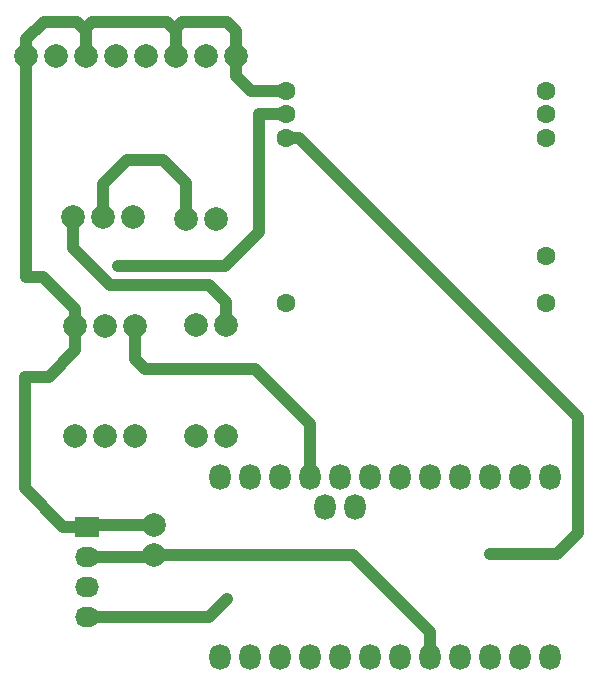
<source format=gbr>
G04 #@! TF.GenerationSoftware,KiCad,Pcbnew,(5.0.2)-1*
G04 #@! TF.CreationDate,2019-04-16T09:03:41+02:00*
G04 #@! TF.ProjectId,V2,56322e6b-6963-4616-945f-706362585858,rev?*
G04 #@! TF.SameCoordinates,Original*
G04 #@! TF.FileFunction,Copper,L1,Top*
G04 #@! TF.FilePolarity,Positive*
%FSLAX46Y46*%
G04 Gerber Fmt 4.6, Leading zero omitted, Abs format (unit mm)*
G04 Created by KiCad (PCBNEW (5.0.2)-1) date 16/04/2019 9:03:41*
%MOMM*%
%LPD*%
G01*
G04 APERTURE LIST*
G04 #@! TA.AperFunction,ComponentPad*
%ADD10O,1.800000X2.199640*%
G04 #@! TD*
G04 #@! TA.AperFunction,ComponentPad*
%ADD11C,1.600000*%
G04 #@! TD*
G04 #@! TA.AperFunction,ComponentPad*
%ADD12C,2.000000*%
G04 #@! TD*
G04 #@! TA.AperFunction,ComponentPad*
%ADD13R,2.032000X1.727200*%
G04 #@! TD*
G04 #@! TA.AperFunction,ComponentPad*
%ADD14O,2.032000X1.727200*%
G04 #@! TD*
G04 #@! TA.AperFunction,ViaPad*
%ADD15C,1.000000*%
G04 #@! TD*
G04 #@! TA.AperFunction,Conductor*
%ADD16C,0.250000*%
G04 #@! TD*
G04 #@! TA.AperFunction,Conductor*
%ADD17C,1.000000*%
G04 #@! TD*
G04 APERTURE END LIST*
D10*
G04 #@! TO.P,ARDUINO,12*
G04 #@! TO.N,RX_XBEE*
X130302000Y-94132400D03*
G04 #@! TO.P,ARDUINO,11*
G04 #@! TO.N,RX_ARDUINO*
X132842000Y-94132400D03*
G04 #@! TO.P,ARDUINO,10*
G04 #@! TO.N,Net-(U2-Pad10)*
X135382000Y-94132400D03*
G04 #@! TO.P,ARDUINO,9*
G04 #@! TO.N,Net-(U2-Pad9)*
X137922000Y-94132400D03*
G04 #@! TO.P,ARDUINO,8*
G04 #@! TO.N,Net-(U2-Pad8)*
X140462000Y-94132400D03*
G04 #@! TO.P,ARDUINO,7*
G04 #@! TO.N,Net-(U2-Pad7)*
X143002000Y-94132400D03*
G04 #@! TO.P,ARDUINO,6*
G04 #@! TO.N,Net-(U2-Pad6)*
X145542000Y-94132400D03*
G04 #@! TO.P,ARDUINO,5*
G04 #@! TO.N,SENS_DATA*
X148082000Y-94132400D03*
G04 #@! TO.P,ARDUINO,4*
G04 #@! TO.N,Net-(U2-Pad4)*
X150622000Y-94132400D03*
G04 #@! TO.P,ARDUINO,3*
G04 #@! TO.N,Net-(U2-Pad3)*
X153162000Y-94132400D03*
G04 #@! TO.P,ARDUINO,2*
G04 #@! TO.N,Net-(U2-Pad2)*
X155702000Y-94132400D03*
G04 #@! TO.P,ARDUINO,1*
G04 #@! TO.N,Net-(U2-Pad1)*
X158242000Y-94132400D03*
G04 #@! TO.P,ARDUINO,24*
G04 #@! TO.N,Net-(U2-Pad24)*
X158242000Y-78892400D03*
G04 #@! TO.P,ARDUINO,23*
G04 #@! TO.N,Net-(U2-Pad23)*
X155702000Y-78892400D03*
G04 #@! TO.P,ARDUINO,22*
G04 #@! TO.N,Net-(U2-Pad22)*
X153162000Y-78892400D03*
G04 #@! TO.P,ARDUINO,21*
G04 #@! TO.N,Net-(U2-Pad21)*
X150622000Y-78892400D03*
G04 #@! TO.P,ARDUINO,20*
G04 #@! TO.N,Net-(U2-Pad20)*
X148082000Y-78892400D03*
G04 #@! TO.P,ARDUINO,19*
G04 #@! TO.N,Net-(U2-Pad19)*
X145542000Y-78892400D03*
G04 #@! TO.P,ARDUINO,18*
G04 #@! TO.N,Net-(U2-Pad18)*
X143002000Y-78892400D03*
G04 #@! TO.P,ARDUINO,17*
G04 #@! TO.N,Net-(U2-Pad17)*
X140462000Y-78892400D03*
G04 #@! TO.P,ARDUINO,16*
G04 #@! TO.N,3.7V_OUT-T*
X137922000Y-78892400D03*
G04 #@! TO.P,ARDUINO,15*
G04 #@! TO.N,Net-(U2-Pad15)*
X135382000Y-78892400D03*
G04 #@! TO.P,ARDUINO,14*
G04 #@! TO.N,GND*
X132842000Y-78892400D03*
G04 #@! TO.P,ARDUINO,13*
G04 #@! TO.N,Net-(U2-Pad13)*
X130302000Y-78892400D03*
G04 #@! TO.P,ARDUINO,25*
G04 #@! TO.N,Net-(U2-Pad25)*
X141732000Y-81432400D03*
G04 #@! TO.P,ARDUINO,26*
G04 #@! TO.N,Net-(U2-Pad26)*
X139192000Y-81432400D03*
G04 #@! TD*
D11*
G04 #@! TO.P,XBEE,1*
G04 #@! TO.N,3.7V*
X135890000Y-46228000D03*
G04 #@! TO.P,XBEE,2*
G04 #@! TO.N,TX_XBEE*
X135890000Y-48228000D03*
G04 #@! TO.P,XBEE,3*
G04 #@! TO.N,RX_XBEE*
X135890000Y-50228000D03*
G04 #@! TO.P,XBEE,4*
G04 #@! TO.N,GND*
X135890000Y-64228000D03*
G04 #@! TO.P,XBEE,5*
G04 #@! TO.N,Net-(U4-Pad5)*
X157890000Y-46228000D03*
G04 #@! TO.P,XBEE,6*
G04 #@! TO.N,Net-(U4-Pad6)*
X157890000Y-48228000D03*
G04 #@! TO.P,XBEE,7*
G04 #@! TO.N,Net-(U4-Pad7)*
X157890000Y-50228000D03*
G04 #@! TO.P,XBEE,8*
G04 #@! TO.N,PINOUT_TRANSISTOR*
X157890000Y-60228000D03*
G04 #@! TO.P,XBEE,9*
G04 #@! TO.N,Net-(U4-Pad9)*
X157890000Y-64228000D03*
G04 #@! TD*
D12*
G04 #@! TO.P,BATERIA,1*
G04 #@! TO.N,3.7V*
X113893600Y-43281600D03*
G04 #@! TO.P,BATERIA,2*
G04 #@! TO.N,GND*
X116433600Y-43281600D03*
G04 #@! TO.P,BATERIA,3*
G04 #@! TO.N,3.7V*
X118973600Y-43281600D03*
G04 #@! TO.P,BATERIA,4*
G04 #@! TO.N,GND*
X121513600Y-43281600D03*
G04 #@! TO.P,BATERIA,5*
X124053600Y-43281600D03*
G04 #@! TO.P,BATERIA,6*
G04 #@! TO.N,3.7V*
X126593600Y-43281600D03*
G04 #@! TO.P,BATERIA,7*
G04 #@! TO.N,GND*
X129133600Y-43281600D03*
G04 #@! TO.P,BATERIA,8*
G04 #@! TO.N,3.7V*
X131673600Y-43281600D03*
G04 #@! TD*
G04 #@! TO.P,2N,3*
G04 #@! TO.N,3.7V_OUT-T*
X123139200Y-66141600D03*
G04 #@! TO.P,2N,2*
G04 #@! TO.N,Net-(U10-Pad2)*
X120599200Y-66141600D03*
G04 #@! TO.P,2N,1*
G04 #@! TO.N,3.7V*
X118059200Y-66141600D03*
G04 #@! TD*
D13*
G04 #@! TO.P,DHT,1*
G04 #@! TO.N,3.7V*
X119075200Y-83159600D03*
D14*
G04 #@! TO.P,DHT,2*
G04 #@! TO.N,SENS_DATA*
X119075200Y-85699600D03*
G04 #@! TO.P,DHT,3*
G04 #@! TO.N,Net-(TH1-Pad3)*
X119075200Y-88239600D03*
G04 #@! TO.P,DHT,4*
G04 #@! TO.N,GND*
X119075200Y-90779600D03*
G04 #@! TD*
D12*
G04 #@! TO.P,R100,1*
G04 #@! TO.N,Net-(U10-Pad2)*
X128270000Y-66090800D03*
G04 #@! TO.P,R100,2*
G04 #@! TO.N,Salida_2T*
X130810000Y-66090800D03*
G04 #@! TD*
G04 #@! TO.P,R1,1*
G04 #@! TO.N,Net-(U7-Pad1)*
X128320800Y-75488800D03*
G04 #@! TO.P,R1,2*
G04 #@! TO.N,Salida_2T*
X130860800Y-75488800D03*
G04 #@! TD*
G04 #@! TO.P,R100,2*
G04 #@! TO.N,PINOUT_TRANSISTOR*
X129981600Y-57099200D03*
G04 #@! TO.P,R100,1*
G04 #@! TO.N,Net-(U5-Pad1)*
X127441600Y-57099200D03*
G04 #@! TD*
G04 #@! TO.P, R10K,1*
G04 #@! TO.N,3.7V*
X124714000Y-82956400D03*
G04 #@! TO.P, R10K,2*
G04 #@! TO.N,SENS_DATA*
X124714000Y-85496400D03*
G04 #@! TD*
G04 #@! TO.P,BC,1*
G04 #@! TO.N,Salida_2T*
X117856000Y-56946800D03*
G04 #@! TO.P,BC,2*
G04 #@! TO.N,Net-(U5-Pad1)*
X120396000Y-56946800D03*
G04 #@! TO.P,BC,3*
G04 #@! TO.N,GND*
X122936000Y-56946800D03*
G04 #@! TD*
G04 #@! TO.P,2N,1*
G04 #@! TO.N,TX_XBEE*
X123139200Y-75488800D03*
G04 #@! TO.P,2N,2*
G04 #@! TO.N,Net-(U7-Pad1)*
X120599200Y-75488800D03*
G04 #@! TO.P,2N,3*
G04 #@! TO.N,RX_ARDUINO*
X118059200Y-75488800D03*
G04 #@! TD*
D15*
G04 #@! TO.N,GND*
X130911600Y-89281000D03*
G04 #@! TO.N,TX_XBEE*
X121641600Y-61016000D03*
G04 #@! TO.N,RX_XBEE*
X153136600Y-85471000D03*
G04 #@! TD*
D16*
G04 #@! TO.N,3.7V*
X131673600Y-43281600D02*
X131094602Y-43281600D01*
D17*
X113893600Y-43281600D02*
X113893600Y-61976000D01*
X119278400Y-82956400D02*
X119075200Y-83159600D01*
X124714000Y-82956400D02*
X119278400Y-82956400D01*
X117059200Y-83159600D02*
X113766600Y-79867000D01*
X119075200Y-83159600D02*
X117059200Y-83159600D01*
X113766600Y-79867000D02*
X113766600Y-70434200D01*
X118973600Y-41148000D02*
X118973600Y-43281600D01*
X118211600Y-40386000D02*
X118973600Y-41148000D01*
X115374987Y-40386000D02*
X118211600Y-40386000D01*
X113893600Y-43281600D02*
X113893600Y-41867387D01*
X113893600Y-41867387D02*
X115374987Y-40386000D01*
X126593600Y-41148000D02*
X126593600Y-43281600D01*
X125831600Y-40386000D02*
X126593600Y-41148000D01*
X119481600Y-40386000D02*
X125831600Y-40386000D01*
X118973600Y-43281600D02*
X118973600Y-40894000D01*
X118973600Y-40894000D02*
X119481600Y-40386000D01*
X126593600Y-43281600D02*
X126593600Y-40894000D01*
X126593600Y-40894000D02*
X127101600Y-40386000D01*
X127101600Y-40386000D02*
X130911600Y-40386000D01*
X131673600Y-41148000D02*
X131673600Y-43281600D01*
X130911600Y-40386000D02*
X131673600Y-41148000D01*
X132943600Y-46228000D02*
X135890000Y-46228000D01*
X131673600Y-43281600D02*
X131673600Y-44958000D01*
X131673600Y-44958000D02*
X132943600Y-46228000D01*
X118059200Y-66141600D02*
X118059200Y-64668400D01*
X115366800Y-61976000D02*
X113893600Y-61976000D01*
X118059200Y-64668400D02*
X115366800Y-61976000D01*
X118059200Y-66141600D02*
X118059200Y-68173600D01*
X115798600Y-70434200D02*
X113766600Y-70434200D01*
X118059200Y-68173600D02*
X115798600Y-70434200D01*
D16*
G04 #@! TO.N,SENS_DATA*
X119278400Y-85496400D02*
X119075200Y-85699600D01*
X148082000Y-93932580D02*
X148082000Y-94132400D01*
D17*
X126128213Y-85496400D02*
X124714000Y-85496400D01*
X141545820Y-85496400D02*
X126128213Y-85496400D01*
X148082000Y-92032580D02*
X141545820Y-85496400D01*
X148082000Y-94132400D02*
X148082000Y-92032580D01*
X124510800Y-85699600D02*
X124714000Y-85496400D01*
X119075200Y-85699600D02*
X124510800Y-85699600D01*
G04 #@! TO.N,GND*
X129413000Y-90779600D02*
X130911600Y-89281000D01*
X119075200Y-90779600D02*
X129413000Y-90779600D01*
G04 #@! TO.N,TX_XBEE*
X135890000Y-48228000D02*
X133649600Y-48228000D01*
X121641600Y-61016000D02*
X130771600Y-61016000D01*
X133649600Y-58138000D02*
X133649600Y-48228000D01*
X130771600Y-61016000D02*
X133649600Y-58138000D01*
G04 #@! TO.N,RX_XBEE*
X137021370Y-50228000D02*
X135890000Y-50228000D01*
X160641590Y-73848220D02*
X137021370Y-50228000D01*
X160641590Y-83676010D02*
X160641590Y-73848220D01*
X153136600Y-85471000D02*
X158846600Y-85471000D01*
X158846600Y-85471000D02*
X160641590Y-83676010D01*
G04 #@! TO.N,3.7V_OUT-T*
X137922000Y-78692580D02*
X137922000Y-78892400D01*
X137922000Y-74455600D02*
X137922000Y-78892400D01*
X133272400Y-69806000D02*
X137922000Y-74455600D01*
X124001600Y-69806000D02*
X133272400Y-69806000D01*
X123139200Y-66141600D02*
X123139200Y-68943600D01*
X123139200Y-68943600D02*
X124001600Y-69806000D01*
G04 #@! TO.N,Salida_2T*
X117856000Y-58361013D02*
X117856000Y-56946800D01*
X117856000Y-59510400D02*
X117856000Y-58361013D01*
X121021600Y-62676000D02*
X117856000Y-59510400D01*
X129401600Y-62676000D02*
X121021600Y-62676000D01*
X130810000Y-66090800D02*
X130810000Y-64084400D01*
X130810000Y-64084400D02*
X129401600Y-62676000D01*
G04 #@! TO.N,Net-(U5-Pad1)*
X127441600Y-53996000D02*
X127441600Y-57099200D01*
X120396000Y-55532587D02*
X120391600Y-55528187D01*
X120396000Y-56946800D02*
X120396000Y-55532587D01*
X120391600Y-55528187D02*
X120391600Y-54106000D01*
X120391600Y-54106000D02*
X122431600Y-52066000D01*
X122431600Y-52066000D02*
X125511600Y-52066000D01*
X125511600Y-52066000D02*
X127441600Y-53996000D01*
G04 #@! TD*
M02*

</source>
